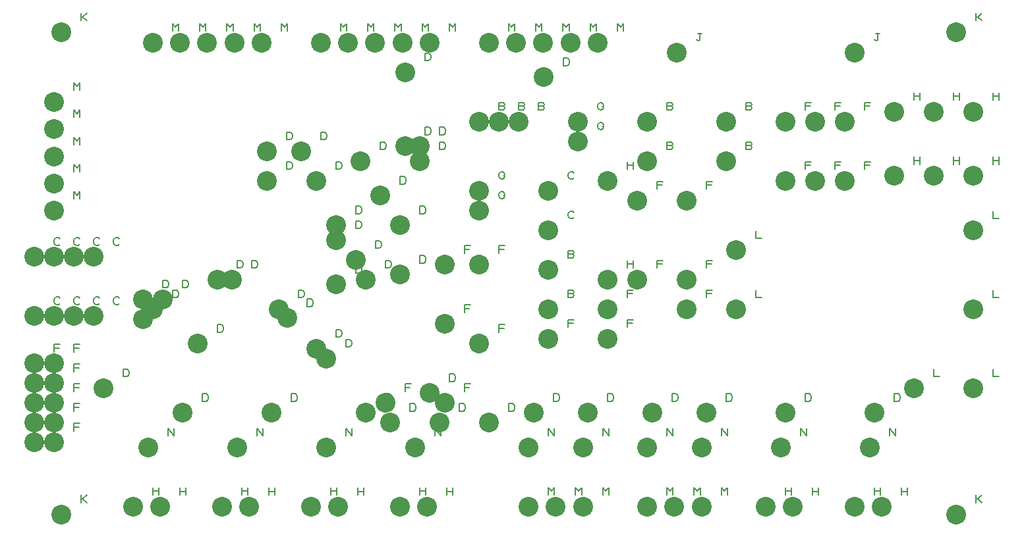
<source format=gbr>
%FSLAX23Y23*%
%MOIN*%
G04 EasyPC Gerber Version 16.0.6 Build 3249 *
%ADD11C,0.00500*%
%ADD23C,0.10000*%
X0Y0D02*
D02*
D11*
X263Y622D02*
Y660D01*
X294*
X288Y641D02*
X263D01*
Y722D02*
Y760D01*
X294*
X288Y741D02*
X263D01*
Y822D02*
Y860D01*
X294*
X288Y841D02*
X263D01*
Y922D02*
Y960D01*
X294*
X288Y941D02*
X263D01*
Y1022D02*
Y1060D01*
X294*
X288Y1041D02*
X263D01*
X294Y1269D02*
X291Y1265D01*
X285Y1262*
X275*
X269Y1265*
X266Y1269*
X263Y1275*
Y1287*
X266Y1294*
X269Y1297*
X275Y1300*
X285*
X291Y1297*
X294Y1294*
Y1569D02*
X291Y1565D01*
X285Y1562*
X275*
X269Y1565*
X266Y1569*
X263Y1575*
Y1587*
X266Y1594*
X269Y1597*
X275Y1600*
X285*
X291Y1597*
X294Y1594*
X363Y622D02*
Y660D01*
X394*
X388Y641D02*
X363D01*
Y722D02*
Y760D01*
X394*
X388Y741D02*
X363D01*
Y822D02*
Y860D01*
X394*
X388Y841D02*
X363D01*
Y922D02*
Y960D01*
X394*
X388Y941D02*
X363D01*
Y1022D02*
Y1060D01*
X394*
X388Y1041D02*
X363D01*
X394Y1269D02*
X391Y1265D01*
X385Y1262*
X375*
X369Y1265*
X366Y1269*
X363Y1275*
Y1287*
X366Y1294*
X369Y1297*
X375Y1300*
X385*
X391Y1297*
X394Y1294*
Y1569D02*
X391Y1565D01*
X385Y1562*
X375*
X369Y1565*
X366Y1569*
X363Y1575*
Y1587*
X366Y1594*
X369Y1597*
X375Y1600*
X385*
X391Y1597*
X394Y1594*
X363Y1796D02*
Y1834D01*
X378Y1815*
X394Y1834*
Y1796*
X363Y1934D02*
Y1971D01*
X378Y1953*
X394Y1971*
Y1934*
X363Y2072D02*
Y2109D01*
X378Y2090*
X394Y2109*
Y2072*
X363Y2210D02*
Y2247D01*
X378Y2228*
X394Y2247*
Y2210*
X363Y2347D02*
Y2385D01*
X378Y2366*
X394Y2385*
Y2347*
X398Y259D02*
Y296D01*
Y277D02*
X407D01*
X429Y296*
X407Y277D02*
X429Y259D01*
X398Y2700D02*
Y2737D01*
Y2718D02*
X407D01*
X429Y2737*
X407Y2718D02*
X429Y2700D01*
X494Y1269D02*
X491Y1265D01*
X485Y1262*
X475*
X469Y1265*
X466Y1269*
X463Y1275*
Y1287*
X466Y1294*
X469Y1297*
X475Y1300*
X485*
X491Y1297*
X494Y1294*
Y1569D02*
X491Y1565D01*
X485Y1562*
X475*
X469Y1565*
X466Y1569*
X463Y1575*
Y1587*
X466Y1594*
X469Y1597*
X475Y1600*
X485*
X491Y1597*
X494Y1594*
X594Y1269D02*
X591Y1265D01*
X585Y1262*
X575*
X569Y1265*
X566Y1269*
X563Y1275*
Y1287*
X566Y1294*
X569Y1297*
X575Y1300*
X585*
X591Y1297*
X594Y1294*
Y1569D02*
X591Y1565D01*
X585Y1562*
X575*
X569Y1565*
X566Y1569*
X563Y1575*
Y1587*
X566Y1594*
X569Y1597*
X575Y1600*
X585*
X591Y1597*
X594Y1594*
X613Y897D02*
Y935D01*
X631*
X638Y932*
X641Y929*
X644Y922*
Y910*
X641Y904*
X638Y900*
X631Y897*
X613*
X763Y297D02*
Y335D01*
Y316D02*
X794D01*
Y297D02*
Y335D01*
X813Y1247D02*
Y1285D01*
X831*
X838Y1282*
X841Y1279*
X844Y1272*
Y1260*
X841Y1254*
X838Y1250*
X831Y1247*
X813*
Y1347D02*
Y1385D01*
X831*
X838Y1382*
X841Y1379*
X844Y1372*
Y1360*
X841Y1354*
X838Y1350*
X831Y1347*
X813*
X838Y597D02*
Y635D01*
X869Y597*
Y635*
X862Y2647D02*
Y2685D01*
X877Y2666*
X893Y2685*
Y2647*
X863Y1297D02*
Y1335D01*
X881*
X888Y1332*
X891Y1329*
X894Y1322*
Y1310*
X891Y1304*
X888Y1300*
X881Y1297*
X863*
X900Y296D02*
Y333D01*
Y315D02*
X931D01*
Y296D02*
Y333D01*
X913Y1347D02*
Y1385D01*
X931*
X938Y1382*
X941Y1379*
X944Y1372*
Y1360*
X941Y1354*
X938Y1350*
X931Y1347*
X913*
X999Y2647D02*
Y2685D01*
X1015Y2666*
X1031Y2685*
Y2647*
X1013Y772D02*
Y810D01*
X1031*
X1038Y807*
X1041Y804*
X1044Y797*
Y785*
X1041Y779*
X1038Y775*
X1031Y772*
X1013*
X1088Y1122D02*
Y1160D01*
X1106*
X1113Y1157*
X1116Y1154*
X1119Y1147*
Y1135*
X1116Y1129*
X1113Y1125*
X1106Y1122*
X1088*
X1137Y2647D02*
Y2685D01*
X1153Y2666*
X1168Y2685*
Y2647*
X1188Y1447D02*
Y1485D01*
X1206*
X1213Y1482*
X1216Y1479*
X1219Y1472*
Y1460*
X1216Y1454*
X1213Y1450*
X1206Y1447*
X1188*
X1213Y297D02*
Y335D01*
Y316D02*
X1244D01*
Y297D02*
Y335D01*
X1263Y1447D02*
Y1485D01*
X1281*
X1288Y1482*
X1291Y1479*
X1294Y1472*
Y1460*
X1291Y1454*
X1288Y1450*
X1281Y1447*
X1263*
X1275Y2647D02*
Y2685D01*
X1291Y2666*
X1306Y2685*
Y2647*
X1288Y597D02*
Y635D01*
X1319Y597*
Y635*
X1350Y296D02*
Y333D01*
Y315D02*
X1381D01*
Y296D02*
Y333D01*
X1413Y2647D02*
Y2685D01*
X1428Y2666*
X1444Y2685*
Y2647*
X1438Y1947D02*
Y1985D01*
X1456*
X1463Y1982*
X1466Y1979*
X1469Y1972*
Y1960*
X1466Y1954*
X1463Y1950*
X1456Y1947*
X1438*
Y2097D02*
Y2135D01*
X1456*
X1463Y2132*
X1466Y2129*
X1469Y2122*
Y2110*
X1466Y2104*
X1463Y2100*
X1456Y2097*
X1438*
X1463Y772D02*
Y810D01*
X1481*
X1488Y807*
X1491Y804*
X1494Y797*
Y785*
X1491Y779*
X1488Y775*
X1481Y772*
X1463*
X1498Y1297D02*
Y1335D01*
X1516*
X1523Y1332*
X1526Y1329*
X1529Y1322*
Y1310*
X1526Y1304*
X1523Y1300*
X1516Y1297*
X1498*
X1543Y1252D02*
Y1290D01*
X1561*
X1568Y1287*
X1571Y1284*
X1574Y1277*
Y1265*
X1571Y1259*
X1568Y1255*
X1561Y1252*
X1543*
X1613Y2097D02*
Y2135D01*
X1631*
X1638Y2132*
X1641Y2129*
X1644Y2122*
Y2110*
X1641Y2104*
X1638Y2100*
X1631Y2097*
X1613*
X1663Y297D02*
Y335D01*
Y316D02*
X1694D01*
Y297D02*
Y335D01*
X1688Y1097D02*
Y1135D01*
X1706*
X1713Y1132*
X1716Y1129*
X1719Y1122*
Y1110*
X1716Y1104*
X1713Y1100*
X1706Y1097*
X1688*
Y1947D02*
Y1985D01*
X1706*
X1713Y1982*
X1716Y1979*
X1719Y1972*
Y1960*
X1716Y1954*
X1713Y1950*
X1706Y1947*
X1688*
X1712Y2647D02*
Y2685D01*
X1727Y2666*
X1743Y2685*
Y2647*
X1738Y597D02*
Y635D01*
X1769Y597*
Y635*
X1738Y1047D02*
Y1085D01*
X1756*
X1763Y1082*
X1766Y1079*
X1769Y1072*
Y1060*
X1766Y1054*
X1763Y1050*
X1756Y1047*
X1738*
X1788Y1422D02*
Y1460D01*
X1806*
X1813Y1457*
X1816Y1454*
X1819Y1447*
Y1435*
X1816Y1429*
X1813Y1425*
X1806Y1422*
X1788*
Y1647D02*
Y1685D01*
X1806*
X1813Y1682*
X1816Y1679*
X1819Y1672*
Y1660*
X1816Y1654*
X1813Y1650*
X1806Y1647*
X1788*
Y1722D02*
Y1760D01*
X1806*
X1813Y1757*
X1816Y1754*
X1819Y1747*
Y1735*
X1816Y1729*
X1813Y1725*
X1806Y1722*
X1788*
X1800Y296D02*
Y333D01*
Y315D02*
X1831D01*
Y296D02*
Y333D01*
X1849Y2647D02*
Y2685D01*
X1865Y2666*
X1881Y2685*
Y2647*
X1888Y1547D02*
Y1585D01*
X1906*
X1913Y1582*
X1916Y1579*
X1919Y1572*
Y1560*
X1916Y1554*
X1913Y1550*
X1906Y1547*
X1888*
X1913Y2047D02*
Y2085D01*
X1931*
X1938Y2082*
X1941Y2079*
X1944Y2072*
Y2060*
X1941Y2054*
X1938Y2050*
X1931Y2047*
X1913*
X1938Y772D02*
Y810D01*
X1956*
X1963Y807*
X1966Y804*
X1969Y797*
Y785*
X1966Y779*
X1963Y775*
X1956Y772*
X1938*
Y1447D02*
Y1485D01*
X1956*
X1963Y1482*
X1966Y1479*
X1969Y1472*
Y1460*
X1966Y1454*
X1963Y1450*
X1956Y1447*
X1938*
X1987Y2647D02*
Y2685D01*
X2003Y2666*
X2018Y2685*
Y2647*
X2013Y1872D02*
Y1910D01*
X2031*
X2038Y1907*
X2041Y1904*
X2044Y1897*
Y1885*
X2041Y1879*
X2038Y1875*
X2031Y1872*
X2013*
X2038Y822D02*
Y860D01*
X2069*
X2063Y841D02*
X2038D01*
X2063Y722D02*
Y760D01*
X2081*
X2088Y757*
X2091Y754*
X2094Y747*
Y735*
X2091Y729*
X2088Y725*
X2081Y722*
X2063*
X2113Y297D02*
Y335D01*
Y316D02*
X2144D01*
Y297D02*
Y335D01*
X2113Y1472D02*
Y1510D01*
X2131*
X2138Y1507*
X2141Y1504*
X2144Y1497*
Y1485*
X2141Y1479*
X2138Y1475*
X2131Y1472*
X2113*
Y1722D02*
Y1760D01*
X2131*
X2138Y1757*
X2141Y1754*
X2144Y1747*
Y1735*
X2141Y1729*
X2138Y1725*
X2131Y1722*
X2113*
X2125Y2647D02*
Y2685D01*
X2141Y2666*
X2156Y2685*
Y2647*
X2138Y2122D02*
Y2160D01*
X2156*
X2163Y2157*
X2166Y2154*
X2169Y2147*
Y2135*
X2166Y2129*
X2163Y2125*
X2156Y2122*
X2138*
Y2497D02*
Y2535D01*
X2156*
X2163Y2532*
X2166Y2529*
X2169Y2522*
Y2510*
X2166Y2504*
X2163Y2500*
X2156Y2497*
X2138*
X2188Y597D02*
Y635D01*
X2219Y597*
Y635*
X2213Y2047D02*
Y2085D01*
X2231*
X2238Y2082*
X2241Y2079*
X2244Y2072*
Y2060*
X2241Y2054*
X2238Y2050*
X2231Y2047*
X2213*
Y2122D02*
Y2160D01*
X2231*
X2238Y2157*
X2241Y2154*
X2244Y2147*
Y2135*
X2241Y2129*
X2238Y2125*
X2231Y2122*
X2213*
X2250Y296D02*
Y333D01*
Y315D02*
X2281D01*
Y296D02*
Y333D01*
X2263Y872D02*
Y910D01*
X2281*
X2288Y907*
X2291Y904*
X2294Y897*
Y885*
X2291Y879*
X2288Y875*
X2281Y872*
X2263*
Y2647D02*
Y2685D01*
X2278Y2666*
X2294Y2685*
Y2647*
X2313Y722D02*
Y760D01*
X2331*
X2338Y757*
X2341Y754*
X2344Y747*
Y735*
X2341Y729*
X2338Y725*
X2331Y722*
X2313*
X2338Y822D02*
Y860D01*
X2369*
X2363Y841D02*
X2338D01*
Y1222D02*
Y1260D01*
X2369*
X2363Y1241D02*
X2338D01*
Y1522D02*
Y1560D01*
X2369*
X2363Y1541D02*
X2338D01*
X2513Y1122D02*
Y1160D01*
X2544*
X2538Y1141D02*
X2513D01*
Y1522D02*
Y1560D01*
X2544*
X2538Y1541D02*
X2513D01*
X2535Y1813D02*
X2544D01*
Y1810*
X2541Y1804*
X2538Y1800*
X2531Y1797*
X2525*
X2519Y1800*
X2516Y1804*
X2513Y1810*
Y1822*
X2516Y1829*
X2519Y1832*
X2525Y1835*
X2531*
X2538Y1832*
X2541Y1829*
X2544Y1822*
X2535Y1913D02*
X2544D01*
Y1910*
X2541Y1904*
X2538Y1900*
X2531Y1897*
X2525*
X2519Y1900*
X2516Y1904*
X2513Y1910*
Y1922*
X2516Y1929*
X2519Y1932*
X2525Y1935*
X2531*
X2538Y1932*
X2541Y1929*
X2544Y1922*
X2535Y2266D02*
X2541Y2263D01*
X2544Y2257*
X2541Y2250*
X2535Y2247*
X2513*
Y2285*
X2535*
X2541Y2282*
X2544Y2275*
X2541Y2269*
X2535Y2266*
X2513*
X2562Y2647D02*
Y2685D01*
X2577Y2666*
X2593Y2685*
Y2647*
X2563Y722D02*
Y760D01*
X2581*
X2588Y757*
X2591Y754*
X2594Y747*
Y735*
X2591Y729*
X2588Y725*
X2581Y722*
X2563*
X2635Y2266D02*
X2641Y2263D01*
X2644Y2257*
X2641Y2250*
X2635Y2247*
X2613*
Y2285*
X2635*
X2641Y2282*
X2644Y2275*
X2641Y2269*
X2635Y2266*
X2613*
X2699Y2647D02*
Y2685D01*
X2715Y2666*
X2731Y2685*
Y2647*
X2735Y2266D02*
X2741Y2263D01*
X2744Y2257*
X2741Y2250*
X2735Y2247*
X2713*
Y2285*
X2735*
X2741Y2282*
X2744Y2275*
X2741Y2269*
X2735Y2266*
X2713*
X2763Y297D02*
Y335D01*
X2778Y316*
X2794Y335*
Y297*
X2763Y597D02*
Y635D01*
X2794Y597*
Y635*
X2788Y772D02*
Y810D01*
X2806*
X2813Y807*
X2816Y804*
X2819Y797*
Y785*
X2816Y779*
X2813Y775*
X2806Y772*
X2788*
X2837Y2647D02*
Y2685D01*
X2853Y2666*
X2868Y2685*
Y2647*
X2838Y2472D02*
Y2510D01*
X2856*
X2863Y2507*
X2866Y2504*
X2869Y2497*
Y2485*
X2866Y2479*
X2863Y2475*
X2856Y2472*
X2838*
X2863Y1147D02*
Y1185D01*
X2894*
X2888Y1166D02*
X2863D01*
X2885Y1316D02*
X2891Y1313D01*
X2894Y1307*
X2891Y1300*
X2885Y1297*
X2863*
Y1335*
X2885*
X2891Y1332*
X2894Y1325*
X2891Y1319*
X2885Y1316*
X2863*
X2885Y1516D02*
X2891Y1513D01*
X2894Y1507*
X2891Y1500*
X2885Y1497*
X2863*
Y1535*
X2885*
X2891Y1532*
X2894Y1525*
X2891Y1519*
X2885Y1516*
X2863*
X2894Y1704D02*
X2891Y1700D01*
X2885Y1697*
X2875*
X2869Y1700*
X2866Y1704*
X2863Y1710*
Y1722*
X2866Y1729*
X2869Y1732*
X2875Y1735*
X2885*
X2891Y1732*
X2894Y1729*
Y1904D02*
X2891Y1900D01*
X2885Y1897*
X2875*
X2869Y1900*
X2866Y1904*
X2863Y1910*
Y1922*
X2866Y1929*
X2869Y1932*
X2875Y1935*
X2885*
X2891Y1932*
X2894Y1929*
X2901Y297D02*
Y335D01*
X2916Y316*
X2932Y335*
Y297*
X2975Y2647D02*
Y2685D01*
X2991Y2666*
X3006Y2685*
Y2647*
X3035Y2163D02*
X3044D01*
Y2160*
X3041Y2154*
X3038Y2150*
X3031Y2147*
X3025*
X3019Y2150*
X3016Y2154*
X3013Y2160*
Y2172*
X3016Y2179*
X3019Y2182*
X3025Y2185*
X3031*
X3038Y2182*
X3041Y2179*
X3044Y2172*
X3035Y2263D02*
X3044D01*
Y2260*
X3041Y2254*
X3038Y2250*
X3031Y2247*
X3025*
X3019Y2250*
X3016Y2254*
X3013Y2260*
Y2272*
X3016Y2279*
X3019Y2282*
X3025Y2285*
X3031*
X3038Y2282*
X3041Y2279*
X3044Y2272*
X3038Y597D02*
Y635D01*
X3069Y597*
Y635*
X3038Y297D02*
Y335D01*
X3054Y316*
X3070Y335*
Y297*
X3063Y772D02*
Y810D01*
X3081*
X3088Y807*
X3091Y804*
X3094Y797*
Y785*
X3091Y779*
X3088Y775*
X3081Y772*
X3063*
X3113Y2647D02*
Y2685D01*
X3128Y2666*
X3144Y2685*
Y2647*
X3163Y1147D02*
Y1185D01*
X3194*
X3188Y1166D02*
X3163D01*
Y1297D02*
Y1335D01*
X3194*
X3188Y1316D02*
X3163D01*
Y1447D02*
Y1485D01*
Y1466D02*
X3194D01*
Y1447D02*
Y1485D01*
X3163Y1947D02*
Y1985D01*
Y1966D02*
X3194D01*
Y1947D02*
Y1985D01*
X3313Y1447D02*
Y1485D01*
X3344*
X3338Y1466D02*
X3313D01*
Y1847D02*
Y1885D01*
X3344*
X3338Y1866D02*
X3313D01*
X3363Y297D02*
Y335D01*
X3378Y316*
X3394Y335*
Y297*
X3363Y597D02*
Y635D01*
X3394Y597*
Y635*
X3385Y2066D02*
X3391Y2063D01*
X3394Y2057*
X3391Y2050*
X3385Y2047*
X3363*
Y2085*
X3385*
X3391Y2082*
X3394Y2075*
X3391Y2069*
X3385Y2066*
X3363*
X3385Y2266D02*
X3391Y2263D01*
X3394Y2257*
X3391Y2250*
X3385Y2247*
X3363*
Y2285*
X3385*
X3391Y2282*
X3394Y2275*
X3391Y2269*
X3385Y2266*
X3363*
X3388Y772D02*
Y810D01*
X3406*
X3413Y807*
X3416Y804*
X3419Y797*
Y785*
X3416Y779*
X3413Y775*
X3406Y772*
X3388*
X3501Y297D02*
Y335D01*
X3516Y316*
X3532Y335*
Y297*
X3513Y2604D02*
X3516Y2600D01*
X3522Y2597*
X3528Y2600*
X3531Y2604*
Y2635*
X3538*
X3531D02*
X3519D01*
X3563Y1297D02*
Y1335D01*
X3594*
X3588Y1316D02*
X3563D01*
Y1447D02*
Y1485D01*
X3594*
X3588Y1466D02*
X3563D01*
Y1847D02*
Y1885D01*
X3594*
X3588Y1866D02*
X3563D01*
X3638Y597D02*
Y635D01*
X3669Y597*
Y635*
X3638Y297D02*
Y335D01*
X3654Y316*
X3670Y335*
Y297*
X3663Y772D02*
Y810D01*
X3681*
X3688Y807*
X3691Y804*
X3694Y797*
Y785*
X3691Y779*
X3688Y775*
X3681Y772*
X3663*
X3785Y2066D02*
X3791Y2063D01*
X3794Y2057*
X3791Y2050*
X3785Y2047*
X3763*
Y2085*
X3785*
X3791Y2082*
X3794Y2075*
X3791Y2069*
X3785Y2066*
X3763*
X3785Y2266D02*
X3791Y2263D01*
X3794Y2257*
X3791Y2250*
X3785Y2247*
X3763*
Y2285*
X3785*
X3791Y2282*
X3794Y2275*
X3791Y2269*
X3785Y2266*
X3763*
X3813Y1335D02*
Y1297D01*
X3844*
X3813Y1635D02*
Y1597D01*
X3844*
X3963Y297D02*
Y335D01*
Y316D02*
X3994D01*
Y297D02*
Y335D01*
X4038Y597D02*
Y635D01*
X4069Y597*
Y635*
X4063Y772D02*
Y810D01*
X4081*
X4088Y807*
X4091Y804*
X4094Y797*
Y785*
X4091Y779*
X4088Y775*
X4081Y772*
X4063*
Y1947D02*
Y1985D01*
X4094*
X4088Y1966D02*
X4063D01*
Y2247D02*
Y2285D01*
X4094*
X4088Y2266D02*
X4063D01*
X4100Y296D02*
Y333D01*
Y315D02*
X4131D01*
Y296D02*
Y333D01*
X4213Y1947D02*
Y1985D01*
X4244*
X4238Y1966D02*
X4213D01*
Y2247D02*
Y2285D01*
X4244*
X4238Y2266D02*
X4213D01*
X4363Y1947D02*
Y1985D01*
X4394*
X4388Y1966D02*
X4363D01*
Y2247D02*
Y2285D01*
X4394*
X4388Y2266D02*
X4363D01*
X4413Y297D02*
Y335D01*
Y316D02*
X4444D01*
Y297D02*
Y335D01*
X4413Y2604D02*
X4416Y2600D01*
X4422Y2597*
X4428Y2600*
X4431Y2604*
Y2635*
X4438*
X4431D02*
X4419D01*
X4488Y597D02*
Y635D01*
X4519Y597*
Y635*
X4513Y772D02*
Y810D01*
X4531*
X4538Y807*
X4541Y804*
X4544Y797*
Y785*
X4541Y779*
X4538Y775*
X4531Y772*
X4513*
X4550Y296D02*
Y333D01*
Y315D02*
X4581D01*
Y296D02*
Y333D01*
X4613Y1972D02*
Y2010D01*
Y1991D02*
X4644D01*
Y1972D02*
Y2010D01*
X4613Y2297D02*
Y2335D01*
Y2316D02*
X4644D01*
Y2297D02*
Y2335D01*
X4713Y935D02*
Y897D01*
X4744*
X4813Y1972D02*
Y2010D01*
Y1991D02*
X4844D01*
Y1972D02*
Y2010D01*
X4813Y2297D02*
Y2335D01*
Y2316D02*
X4844D01*
Y2297D02*
Y2335D01*
X4925Y259D02*
Y296D01*
Y277D02*
X4935D01*
X4957Y296*
X4935Y277D02*
X4957Y259D01*
X4925Y2700D02*
Y2737D01*
Y2718D02*
X4935D01*
X4957Y2737*
X4935Y2718D02*
X4957Y2700D01*
X5013Y935D02*
Y897D01*
X5044*
X5013Y1335D02*
Y1297D01*
X5044*
X5013Y1735D02*
Y1697D01*
X5044*
X5013Y1972D02*
Y2010D01*
Y1991D02*
X5044D01*
Y1972D02*
Y2010D01*
X5013Y2297D02*
Y2335D01*
Y2316D02*
X5044D01*
Y2297D02*
Y2335D01*
D02*
D23*
X163Y563D03*
Y663D03*
Y763D03*
Y863D03*
Y963D03*
Y1203D03*
Y1503D03*
X263Y563D03*
Y663D03*
Y763D03*
Y863D03*
Y963D03*
Y1203D03*
Y1503D03*
Y1737D03*
Y1875D03*
Y2012D03*
Y2150D03*
Y2288D03*
X298Y199D03*
Y2640D03*
X363Y1203D03*
Y1503D03*
X463Y1203D03*
Y1503D03*
X513Y838D03*
X663Y238D03*
X713Y1188D03*
Y1288D03*
X738Y538D03*
X762Y2588D03*
X763Y1238D03*
X800Y236D03*
X813Y1288D03*
X899Y2588D03*
X913Y713D03*
X988Y1063D03*
X1037Y2588D03*
X1088Y1388D03*
X1113Y238D03*
X1163Y1388D03*
X1175Y2588D03*
X1188Y538D03*
X1250Y236D03*
X1313Y2588D03*
X1338Y1888D03*
Y2038D03*
X1363Y713D03*
X1398Y1238D03*
X1443Y1193D03*
X1513Y2038D03*
X1563Y238D03*
X1588Y1038D03*
Y1888D03*
X1612Y2588D03*
X1638Y538D03*
Y988D03*
X1688Y1363D03*
Y1588D03*
Y1663D03*
X1700Y236D03*
X1749Y2588D03*
X1788Y1488D03*
X1813Y1988D03*
X1838Y713D03*
Y1388D03*
X1887Y2588D03*
X1913Y1813D03*
X1938Y763D03*
X1963Y663D03*
X2013Y238D03*
Y1413D03*
Y1663D03*
X2025Y2588D03*
X2038Y2063D03*
Y2438D03*
X2088Y538D03*
X2113Y1988D03*
Y2063D03*
X2150Y236D03*
X2163Y813D03*
Y2588D03*
X2213Y663D03*
X2238Y763D03*
Y1163D03*
Y1463D03*
X2413Y1063D03*
Y1463D03*
Y1738D03*
Y1838D03*
Y2188D03*
X2462Y2588D03*
X2463Y663D03*
X2513Y2188D03*
X2599Y2588D03*
X2613Y2188D03*
X2663Y238D03*
Y538D03*
X2688Y713D03*
X2737Y2588D03*
X2738Y2413D03*
X2763Y1088D03*
Y1238D03*
Y1438D03*
Y1638D03*
Y1838D03*
X2801Y238D03*
X2875Y2588D03*
X2913Y2088D03*
Y2188D03*
X2938Y538D03*
X2938Y238D03*
X2963Y713D03*
X3013Y2588D03*
X3063Y1088D03*
Y1238D03*
Y1388D03*
Y1888D03*
X3213Y1388D03*
Y1788D03*
X3263Y238D03*
Y538D03*
Y1988D03*
Y2188D03*
X3288Y713D03*
X3401Y238D03*
X3413Y2538D03*
X3463Y1238D03*
Y1388D03*
Y1788D03*
X3538Y538D03*
X3538Y238D03*
X3563Y713D03*
X3663Y1988D03*
Y2188D03*
X3713Y1238D03*
Y1538D03*
X3863Y238D03*
X3938Y538D03*
X3963Y713D03*
Y1888D03*
Y2188D03*
X4000Y236D03*
X4113Y1888D03*
Y2188D03*
X4263Y1888D03*
Y2188D03*
X4313Y238D03*
Y2538D03*
X4388Y538D03*
X4413Y713D03*
X4450Y236D03*
X4513Y1913D03*
Y2238D03*
X4613Y838D03*
X4713Y1913D03*
Y2238D03*
X4825Y199D03*
Y2640D03*
X4913Y838D03*
Y1238D03*
Y1638D03*
Y1913D03*
Y2238D03*
X0Y0D02*
M02*

</source>
